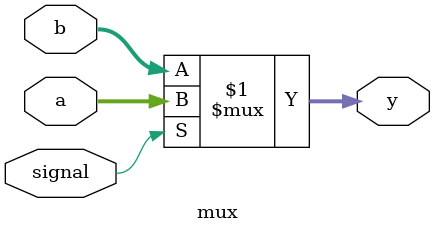
<source format=v>
`timescale 1ns / 1ps

module mux #(parameter WIDTH = 8)(
    input [WIDTH-1:0]a, 
    input [WIDTH-1:0]b,
    input signal,
    output [WIDTH-1:0]y
    );
    assign y = signal ? a : b;
endmodule

</source>
